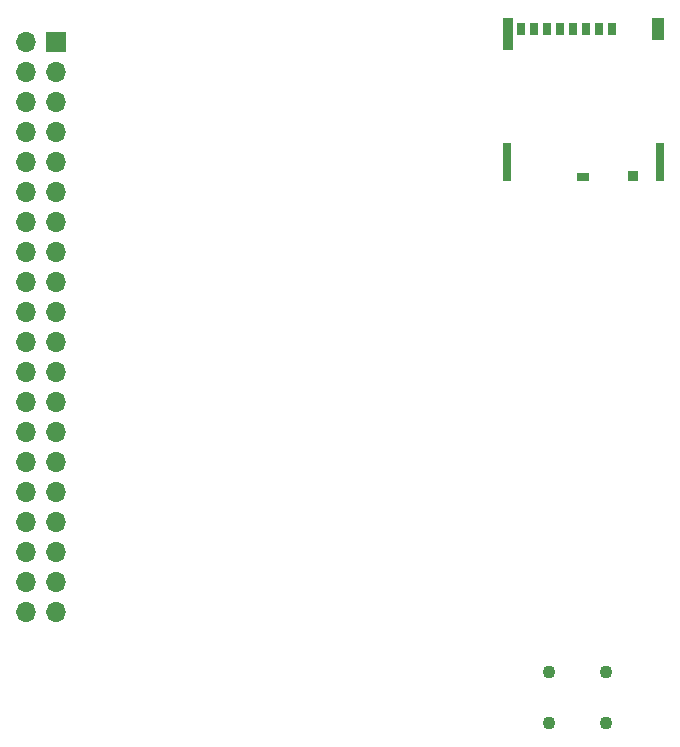
<source format=gbr>
%TF.GenerationSoftware,KiCad,Pcbnew,6.0.11-2627ca5db0~126~ubuntu22.04.1*%
%TF.CreationDate,2023-07-02T17:23:57-07:00*%
%TF.ProjectId,small-display,736d616c-6c2d-4646-9973-706c61792e6b,rev?*%
%TF.SameCoordinates,Original*%
%TF.FileFunction,Copper,L2,Bot*%
%TF.FilePolarity,Positive*%
%FSLAX46Y46*%
G04 Gerber Fmt 4.6, Leading zero omitted, Abs format (unit mm)*
G04 Created by KiCad (PCBNEW 6.0.11-2627ca5db0~126~ubuntu22.04.1) date 2023-07-02 17:23:57*
%MOMM*%
%LPD*%
G01*
G04 APERTURE LIST*
%TA.AperFunction,ComponentPad*%
%ADD10C,1.100000*%
%TD*%
%TA.AperFunction,ComponentPad*%
%ADD11R,1.700000X1.700000*%
%TD*%
%TA.AperFunction,ComponentPad*%
%ADD12O,1.700000X1.700000*%
%TD*%
%TA.AperFunction,SMDPad,CuDef*%
%ADD13R,0.700000X1.100000*%
%TD*%
%TA.AperFunction,SMDPad,CuDef*%
%ADD14R,0.900000X0.930000*%
%TD*%
%TA.AperFunction,SMDPad,CuDef*%
%ADD15R,1.050000X0.780000*%
%TD*%
%TA.AperFunction,SMDPad,CuDef*%
%ADD16R,0.860000X2.800000*%
%TD*%
%TA.AperFunction,SMDPad,CuDef*%
%ADD17R,0.700000X3.330000*%
%TD*%
%TA.AperFunction,SMDPad,CuDef*%
%ADD18R,1.140000X1.830000*%
%TD*%
G04 APERTURE END LIST*
D10*
%TO.P,J1,MH1*%
%TO.N,N/C*%
X18100000Y-56850000D03*
%TO.P,J1,MH2*%
X22900000Y-56850000D03*
%TO.P,J1,MH3*%
X22900000Y-61150000D03*
%TO.P,J1,MH4*%
X18100000Y-61150000D03*
%TD*%
D11*
%TO.P,J3,1,Pin_1*%
%TO.N,+3V3*%
X-23660000Y-3550000D03*
D12*
%TO.P,J3,2,Pin_2*%
%TO.N,+5V*%
X-26200000Y-3550000D03*
%TO.P,J3,3,Pin_3*%
%TO.N,/PWM*%
X-23660000Y-6090000D03*
%TO.P,J3,4,Pin_4*%
%TO.N,+5V*%
X-26200000Y-6090000D03*
%TO.P,J3,5,Pin_5*%
%TO.N,unconnected-(J3-Pad5)*%
X-23660000Y-8630000D03*
%TO.P,J3,6,Pin_6*%
%TO.N,GND*%
X-26200000Y-8630000D03*
%TO.P,J3,7,Pin_7*%
%TO.N,unconnected-(J3-Pad7)*%
X-23660000Y-11170000D03*
%TO.P,J3,8,Pin_8*%
%TO.N,/DB6*%
X-26200000Y-11170000D03*
%TO.P,J3,9,Pin_9*%
%TO.N,GND*%
X-23660000Y-13710000D03*
%TO.P,J3,10,Pin_10*%
%TO.N,/DB7*%
X-26200000Y-13710000D03*
%TO.P,J3,11,Pin_11*%
%TO.N,/DB9*%
X-23660000Y-16250000D03*
%TO.P,J3,12,Pin_12*%
%TO.N,/DB10*%
X-26200000Y-16250000D03*
%TO.P,J3,13,Pin_13*%
%TO.N,/!RESET*%
X-23660000Y-18790000D03*
%TO.P,J3,14,Pin_14*%
%TO.N,GND*%
X-26200000Y-18790000D03*
%TO.P,J3,15,Pin_15*%
%TO.N,/DB14*%
X-23660000Y-21330000D03*
%TO.P,J3,16,Pin_16*%
%TO.N,/DB15*%
X-26200000Y-21330000D03*
%TO.P,J3,17,Pin_17*%
%TO.N,unconnected-(J3-Pad17)*%
X-23660000Y-23870000D03*
%TO.P,J3,18,Pin_18*%
%TO.N,unconnected-(J3-Pad18)*%
X-26200000Y-23870000D03*
%TO.P,J3,19,Pin_19*%
%TO.N,/DB2*%
X-23660000Y-26410000D03*
%TO.P,J3,20,Pin_20*%
%TO.N,GND*%
X-26200000Y-26410000D03*
%TO.P,J3,21,Pin_21*%
%TO.N,/DB1*%
X-23660000Y-28950000D03*
%TO.P,J3,22,Pin_22*%
%TO.N,unconnected-(J3-Pad22)*%
X-26200000Y-28950000D03*
%TO.P,J3,23,Pin_23*%
%TO.N,/DB3*%
X-23660000Y-31490000D03*
%TO.P,J3,24,Pin_24*%
%TO.N,/DB0*%
X-26200000Y-31490000D03*
%TO.P,J3,25,Pin_25*%
%TO.N,GND*%
X-23660000Y-34030000D03*
%TO.P,J3,26,Pin_26*%
%TO.N,/!WRITE*%
X-26200000Y-34030000D03*
%TO.P,J3,27,Pin_27*%
%TO.N,unconnected-(J3-Pad27)*%
X-23660000Y-36570000D03*
%TO.P,J3,28,Pin_28*%
%TO.N,unconnected-(J3-Pad28)*%
X-26200000Y-36570000D03*
%TO.P,J3,29,Pin_29*%
%TO.N,unconnected-(J3-Pad29)*%
X-23660000Y-39110000D03*
%TO.P,J3,30,Pin_30*%
%TO.N,GND*%
X-26200000Y-39110000D03*
%TO.P,J3,31,Pin_31*%
%TO.N,unconnected-(J3-Pad31)*%
X-23660000Y-41650000D03*
%TO.P,J3,32,Pin_32*%
%TO.N,/DB4*%
X-26200000Y-41650000D03*
%TO.P,J3,33,Pin_33*%
%TO.N,/DB5*%
X-23660000Y-44190000D03*
%TO.P,J3,34,Pin_34*%
%TO.N,GND*%
X-26200000Y-44190000D03*
%TO.P,J3,35,Pin_35*%
%TO.N,/DB11*%
X-23660000Y-46730000D03*
%TO.P,J3,36,Pin_36*%
%TO.N,/DB8*%
X-26200000Y-46730000D03*
%TO.P,J3,37,Pin_37*%
%TO.N,/DAT_CMD*%
X-23660000Y-49270000D03*
%TO.P,J3,38,Pin_38*%
%TO.N,/DB12*%
X-26200000Y-49270000D03*
%TO.P,J3,39,Pin_39*%
%TO.N,GND*%
X-23660000Y-51810000D03*
%TO.P,J3,40,Pin_40*%
%TO.N,/DB13*%
X-26200000Y-51810000D03*
%TD*%
D13*
%TO.P,J2,1,DAT2*%
%TO.N,/SD_DAT2*%
X23380000Y-2375000D03*
%TO.P,J2,2,DAT3/CD*%
%TO.N,/SD_DAT3*%
X22280000Y-2375000D03*
%TO.P,J2,3,CMD*%
%TO.N,/SD_CMD*%
X21180000Y-2375000D03*
%TO.P,J2,4,VDD*%
%TO.N,/SD_PWR*%
X20080000Y-2375000D03*
%TO.P,J2,5,CLK*%
%TO.N,/SD_CLK*%
X18980000Y-2375000D03*
%TO.P,J2,6,VSS*%
%TO.N,GND*%
X17880000Y-2375000D03*
%TO.P,J2,7,DAT0*%
%TO.N,/SD_DAT0*%
X16780000Y-2375000D03*
%TO.P,J2,8,DAT1*%
%TO.N,/SD_DAT1*%
X15680000Y-2375000D03*
D14*
%TO.P,J2,9,DET_B*%
%TO.N,unconnected-(J2-Pad9)*%
X25170000Y-14840000D03*
D15*
%TO.P,J2,10,DET_A*%
%TO.N,unconnected-(J2-Pad10)*%
X20905000Y-14915000D03*
D16*
%TO.P,J2,11,SHIELD*%
%TO.N,GND*%
X14600000Y-2875000D03*
D17*
X14520000Y-13640000D03*
D18*
X27260000Y-2390000D03*
D17*
X27480000Y-13640000D03*
%TD*%
M02*

</source>
